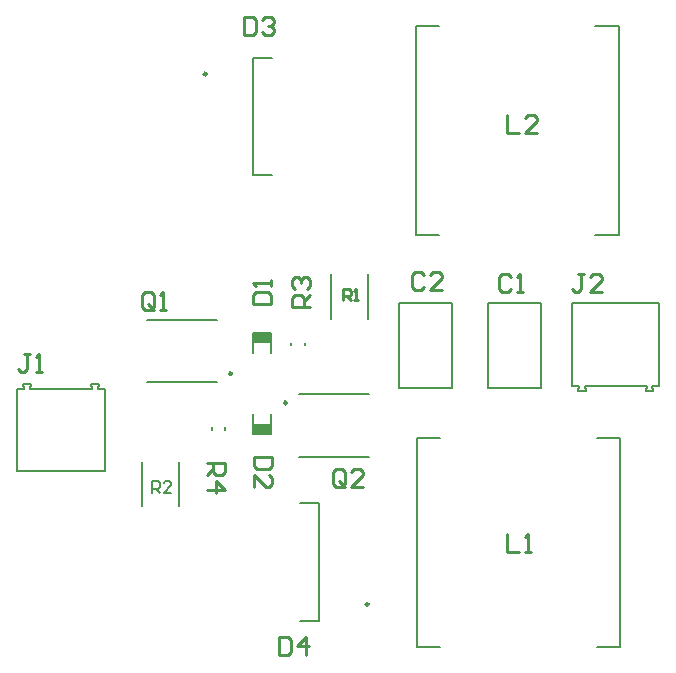
<source format=gto>
G04*
G04 #@! TF.GenerationSoftware,Altium Limited,Altium Designer,23.0.1 (38)*
G04*
G04 Layer_Color=65535*
%FSLAX44Y44*%
%MOMM*%
G71*
G04*
G04 #@! TF.SameCoordinates,A3EDC093-15D2-44AE-8FD2-E7B7E0E1842E*
G04*
G04*
G04 #@! TF.FilePolarity,Positive*
G04*
G01*
G75*
%ADD10C,0.2500*%
%ADD11C,0.2000*%
%ADD12C,0.2540*%
%ADD13R,1.5500X0.8500*%
D10*
X1390630Y832270D02*
G03*
X1390630Y832270I-1250J0D01*
G01*
X1458610Y553720D02*
G03*
X1458610Y553720I-1250J0D01*
G01*
X1412005Y578485D02*
G03*
X1412005Y578485I-1250J0D01*
G01*
X1527790Y383120D02*
G03*
X1527790Y383120I-1250J0D01*
G01*
D11*
X1429880Y846140D02*
X1445980D01*
X1429880Y746440D02*
X1445980D01*
X1429880D02*
Y846140D01*
X1567540Y695640D02*
Y872640D01*
X1719790Y695640D02*
X1739540D01*
X1567540D02*
X1587290D01*
X1739540D02*
Y872640D01*
X1719790D02*
X1739540D01*
X1567540D02*
X1587290D01*
X1468860Y561020D02*
Y561170D01*
Y508170D02*
Y508320D01*
Y508170D02*
X1527860D01*
Y561020D02*
Y561170D01*
Y508170D02*
Y508320D01*
X1468860Y561170D02*
X1527860D01*
X1628500Y565980D02*
Y637980D01*
X1673500D01*
Y565980D02*
Y637980D01*
X1628500Y565980D02*
X1673500D01*
X1553570D02*
Y637980D01*
X1598570D01*
Y565980D02*
Y637980D01*
X1553570Y565980D02*
X1598570D01*
X1495550Y625158D02*
Y662622D01*
X1527050Y625158D02*
Y662622D01*
X1740810Y347110D02*
Y524110D01*
X1568810D02*
X1588560D01*
X1721060D02*
X1740810D01*
X1568810Y347110D02*
Y524110D01*
Y347110D02*
X1588560D01*
X1721060D02*
X1740810D01*
X1462370Y602360D02*
Y604360D01*
X1473870Y602360D02*
Y604360D01*
X1406560Y531130D02*
Y533130D01*
X1395060Y531130D02*
Y533130D01*
X1367030Y466408D02*
Y503872D01*
X1335530Y466408D02*
Y503872D01*
X1399255Y571035D02*
Y571185D01*
Y623885D02*
Y624035D01*
X1340255D02*
X1399255D01*
X1340255Y571035D02*
Y571185D01*
Y623885D02*
Y624035D01*
Y571035D02*
X1399255D01*
X1699900Y567970D02*
Y637970D01*
X1773900Y567970D02*
Y637970D01*
X1699900D02*
X1773900D01*
X1762350Y563970D02*
X1768850D01*
X1768100Y567970D02*
X1768850Y563970D01*
X1762350D02*
X1763100Y567970D01*
X1768100D02*
X1773900D01*
X1710700D02*
X1711450Y563970D01*
X1704950D02*
X1705700Y567970D01*
X1704950Y563970D02*
X1711450D01*
X1699900Y567970D02*
X1705700D01*
X1710700D02*
X1763100D01*
X1304460Y495860D02*
Y565860D01*
X1230460Y495860D02*
Y565860D01*
Y495860D02*
X1304460D01*
X1235510Y569860D02*
X1242010D01*
X1235510D02*
X1236260Y565860D01*
X1241260D02*
X1242010Y569860D01*
X1230460Y565860D02*
X1236260D01*
X1292910Y569860D02*
X1293660Y565860D01*
X1298660D02*
X1299410Y569860D01*
X1292910D02*
X1299410D01*
X1298660Y565860D02*
X1304460D01*
X1241260D02*
X1293660D01*
X1469940Y369250D02*
X1486040D01*
X1469940Y468950D02*
X1486040D01*
Y369250D02*
Y468950D01*
X1429890Y527440D02*
X1445390D01*
X1429890D02*
Y544440D01*
X1445390Y527440D02*
Y544440D01*
X1429890Y613020D02*
X1445390D01*
Y596020D02*
Y613020D01*
X1429890Y596020D02*
Y613020D01*
X1344169Y477502D02*
Y487498D01*
X1349168D01*
X1350834Y485832D01*
Y482500D01*
X1349168Y480834D01*
X1344169D01*
X1347502D02*
X1350834Y477502D01*
X1360831D02*
X1354166D01*
X1360831Y484166D01*
Y485832D01*
X1359164Y487498D01*
X1355832D01*
X1354166Y485832D01*
D12*
X1422304Y880117D02*
Y864883D01*
X1429922D01*
X1432461Y867422D01*
Y877578D01*
X1429922Y880117D01*
X1422304D01*
X1437539Y877578D02*
X1440078Y880117D01*
X1445157D01*
X1447696Y877578D01*
Y875039D01*
X1445157Y872500D01*
X1442617D01*
X1445157D01*
X1447696Y869961D01*
Y867422D01*
X1445157Y864883D01*
X1440078D01*
X1437539Y867422D01*
X1644804Y797617D02*
Y782383D01*
X1654961D01*
X1670196D02*
X1660039D01*
X1670196Y792539D01*
Y795078D01*
X1667657Y797617D01*
X1662578D01*
X1660039Y795078D01*
X1507461Y484922D02*
Y495078D01*
X1504922Y497617D01*
X1499843D01*
X1497304Y495078D01*
Y484922D01*
X1499843Y482383D01*
X1504922D01*
X1502383Y487461D02*
X1507461Y482383D01*
X1504922D02*
X1507461Y484922D01*
X1522696Y482383D02*
X1512539D01*
X1522696Y492539D01*
Y495078D01*
X1520157Y497617D01*
X1515078D01*
X1512539Y495078D01*
X1648000Y660578D02*
X1645461Y663118D01*
X1640383D01*
X1637843Y660578D01*
Y650422D01*
X1640383Y647883D01*
X1645461D01*
X1648000Y650422D01*
X1653078Y647883D02*
X1658157D01*
X1655618D01*
Y663118D01*
X1653078Y660578D01*
X1574461Y662328D02*
X1571922Y664867D01*
X1566843D01*
X1564304Y662328D01*
Y652172D01*
X1566843Y649632D01*
X1571922D01*
X1574461Y652172D01*
X1589696Y649632D02*
X1579539D01*
X1589696Y659789D01*
Y662328D01*
X1587157Y664867D01*
X1582078D01*
X1579539Y662328D01*
X1505836Y640502D02*
Y650498D01*
X1510834D01*
X1512500Y648832D01*
Y645500D01*
X1510834Y643834D01*
X1505836D01*
X1509168D02*
X1512500Y640502D01*
X1515832D02*
X1519164D01*
X1517498D01*
Y650498D01*
X1515832Y648832D01*
X1644593Y443117D02*
Y427882D01*
X1654750D01*
X1659828D02*
X1664907D01*
X1662368D01*
Y443117D01*
X1659828Y440578D01*
X1478277Y635224D02*
X1463042D01*
Y642842D01*
X1465582Y645381D01*
X1470660D01*
X1473199Y642842D01*
Y635224D01*
Y640303D02*
X1478277Y645381D01*
X1465582Y650459D02*
X1463042Y652998D01*
Y658077D01*
X1465582Y660616D01*
X1468121D01*
X1470660Y658077D01*
Y655537D01*
Y658077D01*
X1473199Y660616D01*
X1475738D01*
X1478277Y658077D01*
Y652998D01*
X1475738Y650459D01*
X1390652Y502916D02*
X1405887D01*
Y495298D01*
X1403348Y492759D01*
X1398270D01*
X1395731Y495298D01*
Y502916D01*
Y497837D02*
X1390652Y492759D01*
Y480063D02*
X1405887D01*
X1398270Y487681D01*
Y477524D01*
X1345943Y635253D02*
Y645410D01*
X1343403Y647949D01*
X1338325D01*
X1335786Y645410D01*
Y635253D01*
X1338325Y632714D01*
X1343403D01*
X1340864Y637792D02*
X1345943Y632714D01*
X1343403D02*
X1345943Y635253D01*
X1351021Y632714D02*
X1356099D01*
X1353560D01*
Y647949D01*
X1351021Y645410D01*
X1710433Y663189D02*
X1705354D01*
X1707894D01*
Y650493D01*
X1705354Y647954D01*
X1702815D01*
X1700276Y650493D01*
X1725668Y647954D02*
X1715511D01*
X1725668Y658111D01*
Y660650D01*
X1723129Y663189D01*
X1718050D01*
X1715511Y660650D01*
X1240787Y594863D02*
X1235708D01*
X1238248D01*
Y582167D01*
X1235708Y579628D01*
X1233169D01*
X1230630Y582167D01*
X1245865Y579628D02*
X1250943D01*
X1248404D01*
Y594863D01*
X1245865Y592324D01*
X1452304Y355117D02*
Y339883D01*
X1459922D01*
X1462461Y342422D01*
Y352578D01*
X1459922Y355117D01*
X1452304D01*
X1475157Y339883D02*
Y355117D01*
X1467539Y347500D01*
X1477696D01*
X1445618Y507946D02*
X1430383D01*
Y500328D01*
X1432922Y497789D01*
X1443078D01*
X1445618Y500328D01*
Y507946D01*
X1430383Y482554D02*
Y492711D01*
X1440539Y482554D01*
X1443078D01*
X1445618Y485093D01*
Y490172D01*
X1443078Y492711D01*
X1429883Y637343D02*
X1445117D01*
Y644961D01*
X1442578Y647500D01*
X1432422D01*
X1429883Y644961D01*
Y637343D01*
X1445117Y652578D02*
Y657657D01*
Y655118D01*
X1429883D01*
X1432422Y652578D01*
D13*
X1437658Y531674D02*
D03*
X1437619Y608770D02*
D03*
M02*

</source>
